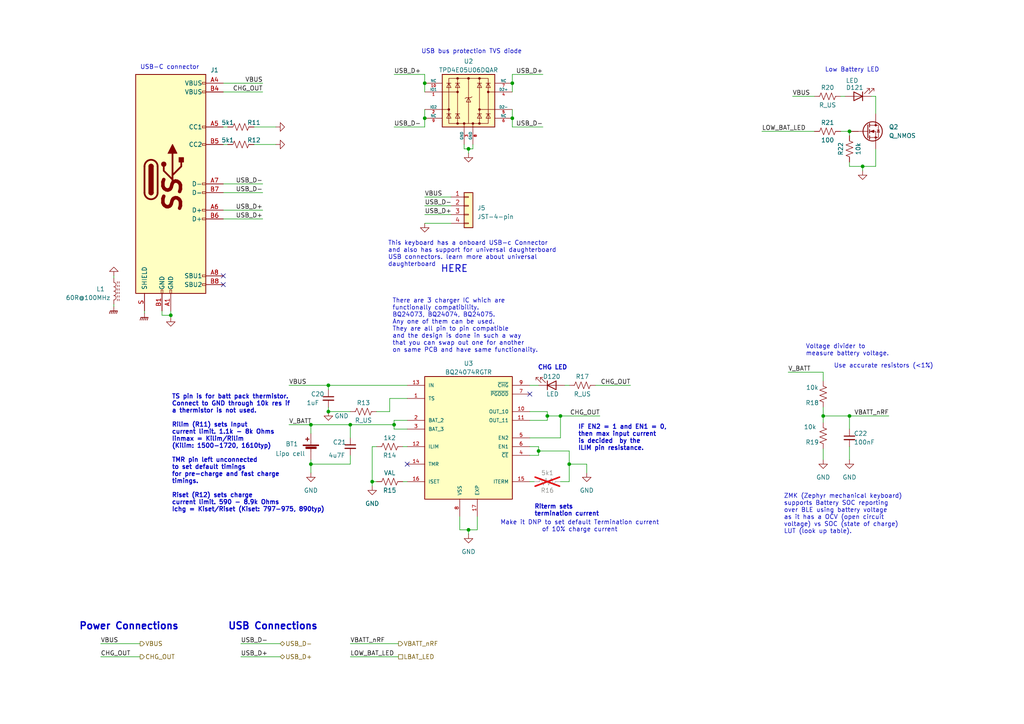
<source format=kicad_sch>
(kicad_sch (version 20250114) (generator "eeschema") (generator_version "9.0")
  (paper "A4")
  (lib_symbols
    (symbol "Device:C_Small" (pin_numbers (hide yes)) (pin_names (offset 0.254) (hide yes))
      (property "Reference" "C" (at 0.254 1.778 0))
      (property "Value" "C_Small" (at 0.254 -2.032 0))
      (symbol "C_Small_0_1"
        (polyline (pts (xy -1.524 0.508) (xy 1.524 0.508)) (stroke (width 0.3048)))
        (polyline (pts (xy -1.524 -0.508) (xy 1.524 -0.508)) (stroke (width 0.3302)))
      )
      (symbol "C_Small_1_1"
        (pin passive line (at 0 2.54 270) (length 2.032) (name "~") (number "1"))
        (pin passive line (at 0 -2.54 90) (length 2.032) (name "~") (number "2"))
      )
    )
    (symbol "Device:LED" (pin_numbers (hide yes)) (pin_names (offset 1.016) (hide yes))
      (property "Reference" "D" (at 0 2.54 0))
      (property "Value" "LED" (at 0 -2.54 0))
      (symbol "LED_0_1"
        (polyline (pts (xy -3.048 -0.762) (xy -4.572 -2.286) (xy -3.81 -2.286) (xy -4.572 -2.286) (xy -4.572 -1.524)))
        (polyline (pts (xy -1.778 -0.762) (xy -3.302 -2.286) (xy -2.54 -2.286) (xy -3.302 -2.286) (xy -3.302 -1.524)))
        (polyline (pts (xy -1.27 0) (xy 1.27 0)))
        (polyline (pts (xy -1.27 -1.27) (xy -1.27 1.27)) (stroke (width 0.254)))
        (polyline (pts (xy 1.27 -1.27) (xy 1.27 1.27) (xy -1.27 0) (xy 1.27 -1.27)) (stroke (width 0.254)))
      )
      (symbol "LED_1_1"
        (pin passive line (at -3.81 0 0) (length 2.54) (name "K") (number "1"))
        (pin passive line (at 3.81 0 180) (length 2.54) (name "A") (number "2"))
      )
    )
    (symbol "Device:Q_NMOS" (pin_numbers (hide yes)) (pin_names (offset 0) (hide yes))
      (property "Reference" "Q" (at 5.08 1.27 0))
      (property "Value" "Q_NMOS" (at 5.08 -1.27 0))
      (symbol "Q_NMOS_0_1"
        (polyline (pts (xy 0.254 1.905) (xy 0.254 -1.905)) (stroke (width 0.254)))
        (polyline (pts (xy 0.254 0) (xy -2.54 0)))
        (polyline (pts (xy 0.762 2.286) (xy 0.762 1.27)) (stroke (width 0.254)))
        (polyline (pts (xy 0.762 0.508) (xy 0.762 -0.508)) (stroke (width 0.254)))
        (polyline (pts (xy 0.762 -1.27) (xy 0.762 -2.286)) (stroke (width 0.254)))
        (polyline (pts (xy 0.762 -1.778) (xy 3.302 -1.778) (xy 3.302 1.778) (xy 0.762 1.778)))
        (polyline (pts (xy 1.016 0) (xy 2.032 0.381) (xy 2.032 -0.381) (xy 1.016 0)) (fill (type outline)))
        (circle (center 1.651 0) (radius 2.794) (stroke (width 0.254)))
        (polyline (pts (xy 2.54 2.54) (xy 2.54 1.778)))
        (circle (center 2.54 1.778) (radius 0.254) (fill (type outline)))
        (circle (center 2.54 -1.778) (radius 0.254) (fill (type outline)))
        (polyline (pts (xy 2.54 -2.54) (xy 2.54 0) (xy 0.762 0)))
        (polyline (pts (xy 2.921 0.381) (xy 3.683 0.381)))
        (polyline (pts (xy 3.302 0.381) (xy 2.921 -0.254) (xy 3.683 -0.254) (xy 3.302 0.381)))
      )
      (symbol "Q_NMOS_1_1"
        (pin input line (at -5.08 0 0) (length 2.54) (name "G") (number "G"))
        (pin passive line (at 2.54 5.08 270) (length 2.54) (name "D") (number "D"))
        (pin passive line (at 2.54 -5.08 90) (length 2.54) (name "S") (number "S"))
      )
    )
    (symbol "GNDPWR_1" (power) (pin_numbers (hide yes)) (pin_names (offset 0) (hide yes))
      (property "Value" "GNDPWR_1" (at 0 -3.302 0))
      (symbol "GNDPWR_1_0_1"
        (polyline (pts (xy -1.016 -1.27) (xy -1.27 -2.032) (xy -1.27 -2.032)) (stroke (width 0.2032)))
        (polyline (pts (xy -0.508 -1.27) (xy -0.762 -2.032) (xy -0.762 -2.032)) (stroke (width 0.2032)))
        (polyline (pts (xy 0 -1.27) (xy 0 0)))
        (polyline (pts (xy 0 -1.27) (xy -0.254 -2.032) (xy -0.254 -2.032)) (stroke (width 0.2032)))
        (polyline (pts (xy 0.508 -1.27) (xy 0.254 -2.032) (xy 0.254 -2.032)) (stroke (width 0.2032)))
        (polyline (pts (xy 1.016 -1.27) (xy -1.016 -1.27) (xy -1.016 -1.27)) (stroke (width 0.2032)))
        (polyline (pts (xy 1.016 -1.27) (xy 0.762 -2.032) (xy 0.762 -2.032) (xy 0.762 -2.032)) (stroke (width 0.2032)))
      )
      (symbol "GNDPWR_1_1_1"
        (pin power_in line (at 0 0 270) (length 0) (hide yes) (name "GNDPWR") (number "1"))
      )
    )
    (symbol "GND_1" (power) (pin_numbers (hide yes)) (pin_names (offset 0) (hide yes))
      (property "Value" "GND_1" (at 0 -3.81 0))
      (symbol "GND_1_0_1"
        (polyline (pts (xy 0 0) (xy 0 -1.27) (xy 1.27 -1.27) (xy 0 -2.54) (xy -1.27 -1.27) (xy 0 -1.27)))
      )
      (symbol "GND_1_1_1"
        (pin power_in line (at 0 0 270) (length 0) (hide yes) (name "GND") (number "1"))
      )
    )
    (symbol "Unified-Daughterboard-rescue:L_Core_Ferrite-Device" (pin_numbers (hide yes)) (pin_names (offset 1.016) (hide yes))
      (property "Reference" "L" (at -1.27 0 90))
      (property "Value" "L_Core_Ferrite-Device" (at 2.794 0 90))
      (symbol "L_Core_Ferrite-Device_0_1"
        (arc (start 0 2.54) (mid 0.6323 1.905) (end 0 1.27))
        (arc (start 0 1.27) (mid 0.6323 0.635) (end 0 0))
        (arc (start 0 0) (mid 0.6323 -0.635) (end 0 -1.27))
        (arc (start 0 -1.27) (mid 0.6323 -1.905) (end 0 -2.54))
        (polyline (pts (xy 1.016 2.286) (xy 1.016 2.794)))
        (polyline (pts (xy 1.016 1.27) (xy 1.016 1.778)))
        (polyline (pts (xy 1.016 0.254) (xy 1.016 0.762)))
        (polyline (pts (xy 1.016 -0.762) (xy 1.016 -0.254)))
        (polyline (pts (xy 1.016 -1.778) (xy 1.016 -1.27)))
        (polyline (pts (xy 1.016 -2.794) (xy 1.016 -2.286)))
        (polyline (pts (xy 1.524 2.794) (xy 1.524 2.286)))
        (polyline (pts (xy 1.524 1.778) (xy 1.524 1.27)))
        (polyline (pts (xy 1.524 0.762) (xy 1.524 0.254)))
        (polyline (pts (xy 1.524 -0.254) (xy 1.524 -0.762)))
        (polyline (pts (xy 1.524 -1.27) (xy 1.524 -1.778)))
        (polyline (pts (xy 1.524 -2.286) (xy 1.524 -2.794)))
      )
      (symbol "L_Core_Ferrite-Device_1_1"
        (pin passive line (at 0 3.81 270) (length 1.27) (name "1") (number "1"))
        (pin passive line (at 0 -3.81 90) (length 1.27) (name "2") (number "2"))
      )
    )
    (symbol "Unified-Daughterboard-rescue:TYPE-C-31-M12_13-acheronSymbols" (pin_names (offset 1.016))
      (property "Reference" "J" (at -1.27 35.56 0))
      (property "Value" "TYPE-C-31-M12_13-acheronSymbols" (at 10.16 33.02 0))
      (symbol "TYPE-C-31-M12_13-acheronSymbols_0_0"
        (rectangle (start -0.254 -31.75) (end 0.254 -30.734))
        (rectangle (start 10.16 29.464) (end 9.144 28.956))
        (rectangle (start 10.16 16.764) (end 9.144 16.256))
        (rectangle (start 10.16 11.684) (end 9.144 11.176))
        (rectangle (start 10.16 0.254) (end 9.144 -0.254))
        (rectangle (start 10.16 -2.286) (end 9.144 -2.794))
        (rectangle (start 10.16 -7.366) (end 9.144 -7.874))
        (rectangle (start 10.16 -9.906) (end 9.144 -10.414))
        (rectangle (start 10.16 -26.416) (end 9.144 -26.924))
        (rectangle (start 10.16 -28.956) (end 9.144 -29.464))
        (text "SS" (at 0.508 -3.175 900) (effects (font (size 5.08 5.08) (bold yes) (italic yes))))
      )
      (symbol "TYPE-C-31-M12_13-acheronSymbols_0_1"
        (rectangle (start -10.16 31.75) (end 10.16 -31.75) (stroke (width 0.254)) (fill (type background)))
        (polyline (pts (xy -7.62 -2.54) (xy -7.62 5.08)) (stroke (width 0.508)))
        (rectangle (start -6.35 -2.54) (end -5.08 5.08) (stroke (width 0.254)) (fill (type outline)))
        (arc (start -6.35 5.08) (mid -5.715 5.7123) (end -5.08 5.08) (stroke (width 0.254)))
        (arc (start -6.35 5.08) (mid -5.715 5.7123) (end -5.08 5.08) (stroke (width 0.254)) (fill (type outline)))
        (arc (start -7.62 5.08) (mid -5.715 6.9767) (end -3.81 5.08) (stroke (width 0.508)))
        (arc (start -3.81 -2.54) (mid -5.715 -4.4367) (end -7.62 -2.54) (stroke (width 0.508)))
        (arc (start -5.08 -2.54) (mid -5.715 -3.1723) (end -6.35 -2.54) (stroke (width 0.254)))
        (arc (start -5.08 -2.54) (mid -5.715 -3.1723) (end -6.35 -2.54) (stroke (width 0.254)) (fill (type outline)))
        (polyline (pts (xy -3.81 5.08) (xy -3.81 -2.54)) (stroke (width 0.508)))
        (circle (center -2.032 5.715) (radius 0.635) (stroke (width 0.254)) (fill (type outline)))
        (polyline (pts (xy -0.762 8.89) (xy 0.508 11.43) (xy 1.778 8.89) (xy -0.762 8.89)) (stroke (width 0.254)) (fill (type outline)))
        (polyline (pts (xy 0.508 2.54) (xy 3.048 5.08) (xy 3.048 6.35)) (stroke (width 0.508)))
        (polyline (pts (xy 0.508 1.27) (xy -2.032 3.81) (xy -2.032 5.08)) (stroke (width 0.508)))
        (polyline (pts (xy 0.508 0) (xy 0.508 8.89)) (stroke (width 0.508)))
        (rectangle (start 2.413 6.35) (end 3.683 7.62) (stroke (width 0.254)) (fill (type outline)))
      )
      (symbol "TYPE-C-31-M12_13-acheronSymbols_1_1"
        (rectangle (start -2.794 -31.75) (end -2.286 -30.734))
        (rectangle (start 10.16 26.924) (end 9.144 26.416))
        (pin passive line (at -7.62 -36.83 90) (length 5.08) (name "SHIELD") (number "S"))
        (pin power_out line (at -2.54 -36.83 90) (length 5.08) (name "GND") (number "B1"))
        (pin power_out line (at 0 -36.83 90) (length 5.08) (name "GND") (number "A1"))
        (pin power_out line (at 15.24 29.21 180) (length 5.08) (name "VBUS") (number "A4"))
        (pin power_out line (at 15.24 26.67 180) (length 5.08) (name "VBUS") (number "B4"))
        (pin bidirectional line (at 15.24 16.51 180) (length 5.08) (name "CC1") (number "A5"))
        (pin bidirectional line (at 15.24 11.43 180) (length 5.08) (name "CC2") (number "B5"))
        (pin bidirectional line (at 15.24 0 180) (length 5.08) (name "D-") (number "A7"))
        (pin bidirectional line (at 15.24 -2.54 180) (length 5.08) (name "D-") (number "B7"))
        (pin bidirectional line (at 15.24 -7.62 180) (length 5.08) (name "D+") (number "A6"))
        (pin bidirectional line (at 15.24 -10.16 180) (length 5.08) (name "D+") (number "B6"))
        (pin bidirectional line (at 15.24 -26.67 180) (length 5.08) (name "SBU1") (number "A8"))
        (pin bidirectional line (at 15.24 -29.21 180) (length 5.08) (name "SBU2") (number "B8"))
      )
    )
    (symbol "keyboard:BQ24074RGTR" (pin_names (offset 1.016))
      (property "Reference" "U1" (at 0 21.59 0))
      (property "Value" "BQ24074RGTR" (at 0 19.05 0))
      (symbol "BQ24074RGTR_0_0"
        (rectangle (start -12.7 -17.78) (end 12.7 17.78) (stroke (width 0.254)) (fill (type background)))
        (pin input line (at -17.78 15.24 0) (length 5.08) (name "IN") (number "13"))
        (pin input line (at -17.78 11.43 0) (length 5.08) (name "TS") (number "1"))
        (pin bidirectional line (at -17.78 5.08 0) (length 5.08) (name "BAT_2") (number "2"))
        (pin bidirectional line (at -17.78 2.54 0) (length 5.08) (name "BAT_3") (number "3"))
        (pin input line (at -17.78 -2.54 0) (length 5.08) (name "ILIM") (number "12"))
        (pin input line (at -17.78 -7.62 0) (length 5.08) (name "TMR") (number "14"))
        (pin bidirectional line (at -17.78 -12.7 0) (length 5.08) (name "ISET") (number "16"))
        (pin power_in line (at -2.54 -22.86 90) (length 5.08) (name "VSS") (number "8"))
        (pin power_in line (at 2.54 -22.86 90) (length 5.08) (name "EXP") (number "17"))
        (pin output line (at 17.78 15.24 180) (length 5.08) (name "~{CHG}") (number "9"))
        (pin output line (at 17.78 12.7 180) (length 5.08) (name "~{PGOOD}") (number "7"))
        (pin output line (at 17.78 7.62 180) (length 5.08) (name "OUT_10") (number "10"))
        (pin output line (at 17.78 5.08 180) (length 5.08) (name "OUT_11") (number "11"))
        (pin input line (at 17.78 0 180) (length 5.08) (name "EN2") (number "5"))
        (pin input line (at 17.78 -2.54 180) (length 5.08) (name "EN1") (number "6"))
        (pin input line (at 17.78 -5.08 180) (length 5.08) (name "~{CE}") (number "4"))
        (pin input line (at 17.78 -12.7 180) (length 5.08) (name "ITERM") (number "15"))
      )
    )
    (symbol "keyboard:Battery_Cell" (pin_numbers (hide yes)) (pin_names (offset 0) (hide yes))
      (property "Reference" "BT1" (at 3.683 2.032 0))
      (property "Value" "Lipo cell" (at 1.651 -0.762 0))
      (symbol "Battery_Cell_0_1"
        (rectangle (start -2.286 1.778) (end 2.286 1.524) (fill (type outline)))
        (rectangle (start -1.5748 1.1938) (end 1.4732 0.6858) (fill (type outline)))
        (polyline (pts (xy 0 1.778) (xy 0 2.54)))
        (polyline (pts (xy 0 0.762) (xy 0 0)))
        (polyline (pts (xy 0.508 3.429) (xy 1.524 3.429)) (stroke (width 0.254)))
        (polyline (pts (xy 1.016 3.937) (xy 1.016 2.921)) (stroke (width 0.254)))
      )
      (symbol "Battery_Cell_1_1"
        (pin passive line (at 0 5.08 270) (length 2.54) (name "+") (number "1"))
        (pin passive line (at 0 -2.54 90) (length 2.54) (name "-") (number "2"))
      )
    )
    (symbol "keyboard:C_Small" (pin_numbers (hide yes)) (pin_names (offset 0.254) (hide yes))
      (property "Reference" "C" (at 0.254 1.778 0))
      (property "Value" "C_Small" (at 0.254 -2.032 0))
      (symbol "C_Small_0_1"
        (polyline (pts (xy -1.524 0.508) (xy 1.524 0.508)) (stroke (width 0.3048)))
        (polyline (pts (xy -1.524 -0.508) (xy 1.524 -0.508)) (stroke (width 0.3302)))
      )
      (symbol "C_Small_1_1"
        (pin passive line (at 0 2.54 270) (length 2.032) (name "~") (number "1"))
        (pin passive line (at 0 -2.54 90) (length 2.032) (name "~") (number "2"))
      )
    )
    (symbol "keyboard:JST-4-pin" (pin_names (offset 1.016) (hide yes))
      (property "Reference" "J" (at 0 5.08 0))
      (property "Value" "JST-4-pin" (at 0 -7.62 0))
      (symbol "JST-4-pin_1_1"
        (rectangle (start -1.27 3.81) (end 1.27 -6.35) (stroke (width 0.254)) (fill (type background)))
        (rectangle (start -1.27 2.667) (end 0 2.413) (stroke (width 0.1524)))
        (rectangle (start -1.27 0.127) (end 0 -0.127) (stroke (width 0.1524)))
        (rectangle (start -1.27 -2.413) (end 0 -2.667) (stroke (width 0.1524)))
        (rectangle (start -1.27 -4.953) (end 0 -5.207) (stroke (width 0.1524)))
        (pin passive line (at -5.08 2.54 0) (length 3.81) (name "Pin_1") (number "1"))
        (pin passive line (at -5.08 0 0) (length 3.81) (name "Pin_2") (number "2"))
        (pin passive line (at -5.08 -2.54 0) (length 3.81) (name "Pin_3") (number "3"))
        (pin passive line (at -5.08 -5.08 0) (length 3.81) (name "Pin_4") (number "4"))
      )
    )
    (symbol "keyboard:LED" (pin_numbers (hide yes)) (pin_names (offset 1.016) (hide yes))
      (property "Reference" "D" (at 0 2.54 0))
      (property "Value" "LED" (at 0 -2.54 0))
      (symbol "LED_0_1"
        (polyline (pts (xy -3.048 -0.762) (xy -4.572 -2.286) (xy -3.81 -2.286) (xy -4.572 -2.286) (xy -4.572 -1.524)))
        (polyline (pts (xy -1.778 -0.762) (xy -3.302 -2.286) (xy -2.54 -2.286) (xy -3.302 -2.286) (xy -3.302 -1.524)))
        (polyline (pts (xy -1.27 0) (xy 1.27 0)))
        (polyline (pts (xy -1.27 -1.27) (xy -1.27 1.27)) (stroke (width 0.254)))
        (polyline (pts (xy 1.27 -1.27) (xy 1.27 1.27) (xy -1.27 0) (xy 1.27 -1.27)) (stroke (width 0.254)))
      )
      (symbol "LED_1_1"
        (pin passive line (at -3.81 0 0) (length 2.54) (name "K") (number "1"))
        (pin passive line (at 3.81 0 180) (length 2.54) (name "A") (number "2"))
      )
    )
    (symbol "keyboard:R_US" (pin_numbers (hide yes)) (pin_names (offset 0))
      (property "Reference" "R" (at 0 -2.54 0))
      (property "Value" "R_US" (at 0 2.54 0))
      (symbol "R_US_0_1"
        (polyline (pts (xy -2.286 0) (xy -2.54 0)))
        (polyline (pts (xy -0.762 0) (xy -1.143 -1.016) (xy -1.524 0) (xy -1.905 1.016) (xy -2.286 0)))
        (polyline (pts (xy 0.762 0) (xy 0.381 -1.016) (xy 0 0) (xy -0.381 1.016) (xy -0.762 0)))
        (polyline (pts (xy 2.286 0) (xy 2.54 0)))
        (polyline (pts (xy 2.286 0) (xy 1.905 -1.016) (xy 1.524 0) (xy 1.143 1.016) (xy 0.762 0)))
      )
      (symbol "R_US_1_1"
        (pin passive line (at -3.81 0 0) (length 1.27) (name "~") (number "2"))
        (pin passive line (at 3.81 0 180) (length 1.27) (name "~") (number "1"))
      )
    )
    (symbol "keyboard:USB-protection-diode" (pin_names (offset 0))
      (property "Reference" "U4" (at 0 11.8364 0))
      (property "Value" "TPD4E05U06DQAR" (at 0 9.525 0))
      (symbol "USB-protection-diode_0_0"
        (rectangle (start -5.715 6.477) (end 5.715 -6.604))
        (polyline (pts (xy -3.175 -6.604) (xy -3.175 6.477)))
        (polyline (pts (xy 0 6.477) (xy 0 -6.604)))
        (polyline (pts (xy 3.175 6.477) (xy 3.175 -6.604)))
      )
      (symbol "USB-protection-diode_0_1"
        (polyline (pts (xy -7.747 2.54) (xy -3.175 2.54)))
        (rectangle (start -7.62 7.62) (end 7.62 -7.62) (stroke (width 0.254)) (fill (type background)))
        (polyline (pts (xy -7.62 -2.54) (xy -5.715 -2.54)))
        (circle (center -5.715 -2.54) (radius 0.2794) (fill (type outline)))
        (polyline (pts (xy -5.08 5.08) (xy -6.35 5.08)))
        (polyline (pts (xy -5.08 3.81) (xy -6.35 3.81) (xy -5.715 5.08) (xy -5.08 3.81)))
        (polyline (pts (xy -5.08 -3.81) (xy -6.35 -3.81)))
        (polyline (pts (xy -5.08 -5.08) (xy -6.35 -5.08) (xy -5.715 -3.81) (xy -5.08 -5.08)))
        (circle (center -3.175 6.477) (radius 0.2794) (fill (type outline)))
        (circle (center -3.175 2.54) (radius 0.2794) (fill (type outline)))
        (circle (center -3.175 -6.604) (radius 0.2794) (fill (type outline)))
        (polyline (pts (xy -2.54 5.08) (xy -3.81 5.08)))
        (polyline (pts (xy -2.54 3.81) (xy -3.81 3.81) (xy -3.175 5.08) (xy -2.54 3.81)))
        (polyline (pts (xy -2.54 -3.81) (xy -3.81 -3.81)))
        (polyline (pts (xy -2.54 -5.08) (xy -3.81 -5.08) (xy -3.175 -3.81) (xy -2.54 -5.08)))
        (circle (center -1.27 -6.604) (radius 0.2794) (fill (type outline)))
        (polyline (pts (xy -1.27 -6.604) (xy -1.27 -7.62)))
        (polyline (pts (xy -0.635 0.889) (xy -1.016 0.635)))
        (circle (center 0 6.477) (radius 0.2794) (fill (type outline)))
        (polyline (pts (xy 0.635 0.889) (xy -0.635 0.889)))
        (polyline (pts (xy 0.635 0.889) (xy 1.016 1.143)))
        (polyline (pts (xy 0.635 -0.381) (xy -0.635 -0.381) (xy 0 0.889) (xy 0.635 -0.381)))
        (circle (center 3.175 6.477) (radius 0.2794) (fill (type outline)))
        (circle (center 3.175 -2.54) (radius 0.2794) (fill (type outline)))
        (circle (center 3.175 -6.604) (radius 0.2794) (fill (type outline)))
        (polyline (pts (xy 3.81 5.08) (xy 2.54 5.08)))
        (polyline (pts (xy 3.81 3.81) (xy 2.54 3.81) (xy 3.175 5.08) (xy 3.81 3.81)))
        (polyline (pts (xy 3.81 -3.81) (xy 2.54 -3.81)))
        (polyline (pts (xy 3.81 -5.08) (xy 2.54 -5.08) (xy 3.175 -3.81) (xy 3.81 -5.08)))
        (circle (center 5.715 2.54) (radius 0.2794) (fill (type outline)))
        (polyline (pts (xy 6.35 5.08) (xy 5.08 5.08)))
        (polyline (pts (xy 6.35 3.81) (xy 5.08 3.81) (xy 5.715 5.08) (xy 6.35 3.81)))
        (polyline (pts (xy 6.35 -3.81) (xy 5.08 -3.81)))
        (polyline (pts (xy 6.35 -5.08) (xy 5.08 -5.08) (xy 5.715 -3.81) (xy 6.35 -5.08)))
        (polyline (pts (xy 7.62 2.54) (xy 5.715 2.54)))
        (polyline (pts (xy 7.62 -2.54) (xy 3.175 -2.54)))
      )
      (symbol "USB-protection-diode_1_1"
        (polyline (pts (xy 1.27 -6.604) (xy 1.27 -7.62)))
        (circle (center 1.27 -6.604) (radius 0.2794) (fill (type outline)))
        (pin bidirectional line (at -12.7 5.08 0) (length 5.08) (name "NC") (number "10"))
        (pin bidirectional line (at -12.7 2.54 0) (length 5.08) (name "IO1") (number "1"))
        (pin bidirectional line (at -12.7 -2.54 0) (length 5.08) (name "IO2") (number "2"))
        (pin bidirectional line (at -12.7 -5.08 0) (length 5.08) (name "NC") (number "9"))
        (pin power_in line (at -1.27 -12.7 90) (length 5.08) (name "GND") (number "3"))
        (pin power_in line (at 1.27 -12.7 90) (length 5.08) (name "GND") (number "8"))
        (pin bidirectional line (at 12.7 5.08 180) (length 5.08) (name "NC") (number "7"))
        (pin bidirectional line (at 12.7 2.54 180) (length 5.08) (name "D2+") (number "4"))
        (pin bidirectional line (at 12.7 -2.54 180) (length 5.08) (name "D2-") (number "5"))
        (pin bidirectional line (at 12.7 -5.08 180) (length 5.08) (name "NC") (number "6"))
      )
    )
    (symbol "power:GND" (power) (pin_names (offset 0))
      (property "Value" "GND" (at 0 -3.81 0))
      (symbol "GND_0_1"
        (polyline (pts (xy 0 0) (xy 0 -1.27) (xy 1.27 -1.27) (xy 0 -2.54) (xy -1.27 -1.27) (xy 0 -1.27)))
      )
      (symbol "GND_1_1"
        (pin power_in line (at 0 0 270) (length 0) (hide yes) (name "GND") (number "1"))
      )
    )
  )
  (text "Use accurate resistors (<1%)" (at 256.286 106.172 0) (effects (font (size 1.27 1.27))))
  (text "Voltage divider to \nmeasure battery voltage.\n\n" (at 233.68 105.41 0) (effects (font (size 1.27 1.27)) (justify left bottom)))
  (text "Low Battery LED" (at 247.142 20.32 0) (effects (font (size 1.27 1.27))))
  (text "There are 3 charger IC which are\nfunctionally compatibility.\nBQ24073, BQ24074, BQ24075.\nAny one of them can be used.\nThey are all pin to pin compatible \nand the design is done in such a way\nthat you can swap out one for another \non same PCB and have same functionality." (at 113.792 102.362 0) (effects (font (size 1.27 1.27)) (justify left bottom)))
  (text "CHG LED" (at 155.956 107.442 0) (effects (font (size 1.27 1.27) (bold yes)) (justify left bottom)))
  (text "This keyboard has a onboard USB-c Connector\nand also has support for universal daughterboard\nUSB connectors. learn more about universal\ndaughterboard " (at 112.522 77.47 0) (effects (font (size 1.27 1.27)) (justify left bottom)))
  (text "Riterm sets \ntermination current" (at 154.94 149.86 0) (effects (font (size 1.27 1.27) (bold yes)) (justify left bottom)))
  (text "USB bus protection TVS diode\n" (at 122.174 15.748 0) (effects (font (size 1.27 1.27)) (justify left bottom)))
  (text "USB Connections" (at 66.04 182.88 0) (effects (font (size 2 2) (thickness 0.4) (bold yes)) (justify left bottom)))
  (text "HERE" (at 127.762 79.248 0) (effects (font (size 2 2) (thickness 0.254) (bold yes)) (justify left bottom)))
  (text "USB-C connector" (at 40.64 20.32 0) (effects (font (size 1.27 1.27)) (justify left bottom)))
  (text "ZMK (Zephyr mechanical keyboard)\nsupports Battery SOC reporting \nover BLE using battery voltage \nas it has a OCV (open circuit\nvoltage) vs SOC (state of charge)\nLUT (look up table).\n" (at 227.33 154.94 0) (effects (font (size 1.27 1.27)) (justify left bottom)))
  (text "TS pin is for batt pack thermistor.\nConnect to GND through 10k res if\na thermistor is not used.\n\nRilim (R11) sets Input\ncurrent limit. 1.1k - 8k Ohms\nIinmax = Kilim/Rilim\n(Kilim: 1500-1720, 1610typ)\n\nTMR pin left unconnected \nto set default timings \nfor pre-charge and fast charge\ntimings.\n\nRiset (R12) sets charge\ncurrent limit. 590 - 8.9k Ohms\nIchg = Kiset/Riset (Kiset: 797-975, 890typ)" (at 49.784 148.59 0) (effects (font (size 1.27 1.27) (bold yes)) (justify left bottom)))
  (text "Power Connections" (at 22.86 182.88 0) (effects (font (size 2 2) (thickness 0.4) (bold yes)) (justify left bottom)))
  (text "IF EN2 = 1 and EN1 = 0,\nthen max input current \nis decided  by the \nILIM pin resistance." (at 167.64 130.81 0) (effects (font (size 1.27 1.27) (bold yes)) (justify left bottom)))
  (text "Make it DNP to set default Termination current\nof 10% charge current" (at 168.148 152.654 0) (effects (font (size 1.27 1.27))))
  (junction (at 101.6 123.19))
  (junction (at 250.19 48.26))
  (junction (at 95.25 111.76))
  (junction (at 156.21 130.81))
  (junction (at 123.19 24.13))
  (junction (at 90.17 123.19))
  (junction (at 246.38 38.1))
  (junction (at 158.75 120.65))
  (junction (at 135.89 43.18))
  (junction (at 135.89 153.67))
  (junction (at 123.19 34.29))
  (junction (at 49.53 91.44))
  (junction (at 165.1 134.62))
  (junction (at 162.56 120.65))
  (junction (at 95.25 119.38))
  (junction (at 107.95 139.7))
  (junction (at 90.17 134.62))
  (junction (at 148.59 34.29))
  (junction (at 238.76 120.65))
  (junction (at 148.59 24.13))
  (junction (at 114.3 123.19))
  (junction (at 246.38 120.65))
  (no_connect (at 64.77 80.01))
  (no_connect (at 64.77 82.55))
  (no_connect (at 153.67 114.3))
  (no_connect (at 118.11 134.62))
  (wire (pts (xy 153.67 139.7) (xy 154.94 139.7)))
  (wire (pts (xy 148.59 36.83) (xy 157.48 36.83)))
  (wire (pts (xy 90.17 123.19) (xy 101.6 123.19)))
  (wire (pts (xy 101.6 123.19) (xy 114.3 123.19)))
  (wire (pts (xy 243.84 27.94) (xy 245.11 27.94)))
  (wire (pts (xy 123.19 62.23) (xy 130.81 62.23)))
  (wire (pts (xy 116.84 129.54) (xy 118.11 129.54)))
  (wire (pts (xy 33.02 88.265) (xy 33.02 88.9)))
  (wire (pts (xy 69.85 186.69) (xy 81.28 186.69)))
  (wire (pts (xy 101.6 186.69) (xy 115.57 186.69)))
  (wire (pts (xy 246.38 38.1) (xy 246.38 39.37)))
  (wire (pts (xy 138.43 149.86) (xy 138.43 153.67)))
  (wire (pts (xy 157.48 21.59) (xy 148.59 21.59)))
  (wire (pts (xy 107.95 139.7) (xy 107.95 140.97)))
  (wire (pts (xy 238.76 120.65) (xy 246.38 120.65)))
  (wire (pts (xy 64.77 53.34) (xy 76.2 53.34)))
  (wire (pts (xy 156.21 129.54) (xy 156.21 130.81)))
  (wire (pts (xy 250.19 48.26) (xy 250.19 49.53)))
  (wire (pts (xy 246.38 129.54) (xy 246.38 133.35)))
  (wire (pts (xy 64.77 41.91) (xy 66.04 41.91)))
  (wire (pts (xy 238.76 120.65) (xy 238.76 122.555)))
  (wire (pts (xy 243.84 38.1) (xy 246.38 38.1)))
  (wire (pts (xy 123.19 24.13) (xy 123.19 26.67)))
  (wire (pts (xy 254 43.18) (xy 254 48.26)))
  (wire (pts (xy 109.22 139.7) (xy 107.95 139.7)))
  (wire (pts (xy 113.03 115.57) (xy 118.11 115.57)))
  (wire (pts (xy 170.18 134.62) (xy 170.18 137.16)))
  (wire (pts (xy 95.25 111.76) (xy 118.11 111.76)))
  (wire (pts (xy 113.03 119.38) (xy 113.03 115.57)))
  (wire (pts (xy 41.91 90.17) (xy 41.91 90.805)))
  (wire (pts (xy 153.67 129.54) (xy 156.21 129.54)))
  (wire (pts (xy 123.19 57.15) (xy 130.81 57.15)))
  (wire (pts (xy 246.38 120.65) (xy 257.81 120.65)))
  (wire (pts (xy 101.6 190.5) (xy 115.57 190.5)))
  (wire (pts (xy 246.38 46.99) (xy 246.38 48.26)))
  (wire (pts (xy 64.77 24.13) (xy 76.2 24.13)))
  (wire (pts (xy 49.53 90.17) (xy 49.53 91.44)))
  (wire (pts (xy 162.56 120.65) (xy 173.99 120.65)))
  (wire (pts (xy 123.19 31.75) (xy 123.19 34.29)))
  (wire (pts (xy 153.67 127) (xy 162.56 127)))
  (wire (pts (xy 148.59 21.59) (xy 148.59 24.13)))
  (wire (pts (xy 238.76 118.11) (xy 238.76 120.65)))
  (wire (pts (xy 156.21 130.81) (xy 156.21 132.08)))
  (wire (pts (xy 246.38 120.65) (xy 246.38 124.46)))
  (wire (pts (xy 83.82 123.19) (xy 90.17 123.19)))
  (wire (pts (xy 135.89 153.67) (xy 138.43 153.67)))
  (wire (pts (xy 64.77 36.83) (xy 66.04 36.83)))
  (wire (pts (xy 123.19 21.59) (xy 123.19 24.13)))
  (wire (pts (xy 135.89 43.18) (xy 135.89 44.45)))
  (wire (pts (xy 133.35 153.67) (xy 135.89 153.67)))
  (wire (pts (xy 250.19 48.26) (xy 254 48.26)))
  (wire (pts (xy 165.1 134.62) (xy 165.1 139.7)))
  (wire (pts (xy 134.62 43.18) (xy 135.89 43.18)))
  (wire (pts (xy 135.89 153.67) (xy 135.89 154.94)))
  (wire (pts (xy 134.62 41.91) (xy 134.62 43.18)))
  (wire (pts (xy 73.66 41.91) (xy 80.01 41.91)))
  (wire (pts (xy 148.59 34.29) (xy 148.59 36.83)))
  (wire (pts (xy 101.6 119.38) (xy 95.25 119.38)))
  (wire (pts (xy 69.85 190.5) (xy 81.28 190.5)))
  (wire (pts (xy 109.22 119.38) (xy 113.03 119.38)))
  (wire (pts (xy 29.21 190.5) (xy 40.64 190.5)))
  (wire (pts (xy 64.77 60.96) (xy 76.2 60.96)))
  (wire (pts (xy 228.6 107.95) (xy 238.76 107.95)))
  (wire (pts (xy 158.75 120.65) (xy 158.75 121.92)))
  (wire (pts (xy 114.3 121.92) (xy 114.3 123.19)))
  (wire (pts (xy 254 27.94) (xy 254 33.02)))
  (wire (pts (xy 229.87 27.94) (xy 236.22 27.94)))
  (wire (pts (xy 64.77 63.5) (xy 76.2 63.5)))
  (wire (pts (xy 46.99 90.17) (xy 46.99 91.44)))
  (wire (pts (xy 49.53 91.44) (xy 49.53 92.075)))
  (wire (pts (xy 238.76 110.49) (xy 238.76 107.95)))
  (wire (pts (xy 135.89 43.18) (xy 137.16 43.18)))
  (wire (pts (xy 64.77 55.88) (xy 76.2 55.88)))
  (wire (pts (xy 148.59 24.13) (xy 148.59 26.67)))
  (wire (pts (xy 158.75 119.38) (xy 158.75 120.65)))
  (wire (pts (xy 118.11 121.92) (xy 114.3 121.92)))
  (wire (pts (xy 153.67 132.08) (xy 156.21 132.08)))
  (wire (pts (xy 29.21 186.69) (xy 40.64 186.69)))
  (wire (pts (xy 90.17 137.16) (xy 90.17 134.62)))
  (wire (pts (xy 133.35 149.86) (xy 133.35 153.67)))
  (wire (pts (xy 162.56 127) (xy 162.56 120.65)))
  (wire (pts (xy 246.38 48.26) (xy 250.19 48.26)))
  (wire (pts (xy 114.3 124.46) (xy 118.11 124.46)))
  (wire (pts (xy 95.25 118.11) (xy 95.25 119.38)))
  (wire (pts (xy 107.95 129.54) (xy 107.95 139.7)))
  (wire (pts (xy 90.17 134.62) (xy 101.6 134.62)))
  (wire (pts (xy 83.82 111.76) (xy 95.25 111.76)))
  (wire (pts (xy 49.53 91.44) (xy 46.99 91.44)))
  (wire (pts (xy 95.25 113.03) (xy 95.25 111.76)))
  (wire (pts (xy 165.1 139.7) (xy 162.56 139.7)))
  (wire (pts (xy 90.17 125.73) (xy 90.17 123.19)))
  (wire (pts (xy 153.67 119.38) (xy 158.75 119.38)))
  (wire (pts (xy 252.73 27.94) (xy 254 27.94)))
  (wire (pts (xy 238.76 130.175) (xy 238.76 133.35)))
  (wire (pts (xy 109.22 129.54) (xy 107.95 129.54)))
  (wire (pts (xy 123.19 34.29) (xy 123.19 36.83)))
  (wire (pts (xy 137.16 41.91) (xy 137.16 43.18)))
  (wire (pts (xy 114.3 36.83) (xy 123.19 36.83)))
  (wire (pts (xy 114.3 123.19) (xy 114.3 124.46)))
  (wire (pts (xy 73.66 36.83) (xy 80.01 36.83)))
  (wire (pts (xy 90.17 133.35) (xy 90.17 134.62)))
  (wire (pts (xy 101.6 132.08) (xy 101.6 134.62)))
  (wire (pts (xy 148.59 31.75) (xy 148.59 34.29)))
  (wire (pts (xy 123.19 64.77) (xy 130.81 64.77)))
  (wire (pts (xy 101.6 123.19) (xy 101.6 127)))
  (wire (pts (xy 116.84 139.7) (xy 118.11 139.7)))
  (wire (pts (xy 33.02 80.01) (xy 33.02 80.645)))
  (wire (pts (xy 163.83 111.76) (xy 165.1 111.76)))
  (wire (pts (xy 158.75 120.65) (xy 162.56 120.65)))
  (wire (pts (xy 172.72 111.76) (xy 182.88 111.76)))
  (wire (pts (xy 64.77 26.67) (xy 76.2 26.67)))
  (wire (pts (xy 165.1 134.62) (xy 170.18 134.62)))
  (wire (pts (xy 220.98 38.1) (xy 236.22 38.1)))
  (wire (pts (xy 114.3 21.59) (xy 123.19 21.59)))
  (wire (pts (xy 153.67 111.76) (xy 156.21 111.76)))
  (wire (pts (xy 123.19 59.69) (xy 130.81 59.69)))
  (wire (pts (xy 165.1 130.81) (xy 165.1 134.62)))
  (wire (pts (xy 153.67 121.92) (xy 158.75 121.92)))
  (wire (pts (xy 156.21 130.81) (xy 165.1 130.81)))
  (label "VBATT_nRF" (at 257.81 120.65 180))
  (label "CHG_OUT" (at 173.99 120.65 180))
  (label "CHG_OUT" (at 76.2 26.67 180))
  (label "LOW_BAT_LED" (at 220.98 38.1 0))
  (label "USB_D-" (at 114.3 36.83 0))
  (label "V_BATT" (at 83.82 123.19 0))
  (label "VBATT_nRF" (at 101.6 186.69 0))
  (label "CHG_OUT" (at 182.88 111.76 180))
  (label "USB_D+" (at 157.48 21.59 180))
  (label "VBUS" (at 229.87 27.94 0))
  (label "USB_D-" (at 76.2 53.34 180))
  (label "USB_D-" (at 157.48 36.83 180))
  (label "USB_D+" (at 76.2 60.96 180))
  (label "USB_D-" (at 69.85 186.69 0))
  (label "V_BATT" (at 228.6 107.95 0))
  (label "USB_D+" (at 123.19 62.23 0))
  (label "VBUS" (at 83.82 111.76 0))
  (label "CHG_OUT" (at 29.21 190.5 0))
  (label "VBUS" (at 76.2 24.13 180))
  (label "USB_D-" (at 76.2 55.88 180))
  (label "VBUS" (at 29.21 186.69 0))
  (label "USB_D+" (at 114.3 21.59 0))
  (label "LOW_BAT_LED" (at 101.6 190.5 0))
  (label "USB_D+" (at 69.85 190.5 0))
  (label "USB_D+" (at 76.2 63.5 180))
  (label "USB_D-" (at 123.19 59.69 0))
  (label "VBUS" (at 123.19 57.15 0))
  (hierarchical_label "USB_D+" (shape bidirectional) (at 81.28 190.5 0))
  (hierarchical_label "USB_D-" (shape bidirectional) (at 81.28 186.69 0))
  (hierarchical_label "CHG_OUT" (shape output) (at 40.64 190.5 0))
  (hierarchical_label "VBATT_nRF" (shape output) (at 115.57 186.69 0))
  (hierarchical_label "LBAT_LED" (shape passive) (at 115.57 190.5 0))
  (hierarchical_label "VBUS" (shape output) (at 40.64 186.69 0))
  (symbol (lib_name "GND_1") (lib_id "power:GND") (at 135.89 44.45 0) (unit 1)
    (property "Reference" "#PWR036" (effects (hide yes)))
    (property "Value" "GND" (effects (hide yes)))
    (instances (project "UDB" (path "" (reference "#PWR015") (unit 1))) (project "Keyboard_60%" (path "" (reference "#PWR036") (unit 1))))
  )
  (symbol (lib_id "keyboard:R_US") (at 246.38 43.18 90) (unit 1)
    (property "Reference" "R22" (at 243.84 43.18 0))
    (property "Value" "10k" (at 248.92 43.18 0))
    (property "Footprint" "keyboard:R_0402_1005Metric" (effects (hide yes)))
    (property "Datasheet" "https://datasheet.lcsc.com/lcsc/2304140030_YAGEO-RC0402FR-071K2L_C138040.pdf" (effects (hide yes)))
    (property "PN" "RC0402FR-071K2L" (effects (hide yes)))
    (property "LCSC Part Number" "C138040" (effects (hide yes)))
    (property "LCSC link" "https://www.lcsc.com/product-detail/Chip-Resistor-Surface-Mount_YAGEO-RC0402FR-071K2L_C138040.html" (effects (hide yes)))
  )
  (symbol (lib_id "keyboard:R_US") (at 240.03 27.94 0) (unit 1)
    (property "Reference" "R20" (at 240.03 25.4 0))
    (property "Value" "R_US" (at 240.03 30.48 0))
    (property "Footprint" "keyboard:R_0402_1005Metric" (effects (hide yes)))
    (property "Datasheet" "https://datasheet.lcsc.com/lcsc/2304140030_YAGEO-RC0402FR-071K2L_C138040.pdf" (effects (hide yes)))
    (property "PN" "RC0402FR-071K2L" (effects (hide yes)))
    (property "LCSC Part Number" "C138040" (effects (hide yes)))
    (property "LCSC link" "https://www.lcsc.com/product-detail/Chip-Resistor-Surface-Mount_YAGEO-RC0402FR-071K2L_C138040.html" (effects (hide yes)))
  )
  (symbol (lib_id "keyboard:USB-protection-diode") (at 135.89 29.21 0) (unit 1)
    (property "Reference" "U2" (at 135.89 17.78 0))
    (property "Value" "TPD4E05U06DQAR" (at 135.89 20.32 0))
    (property "Footprint" "keyboard:USON-10" (effects (hide yes)))
    (property "Datasheet" "https://datasheet.lcsc.com/lcsc/1811132110_Texas-Instruments-TPD4E05U06DQAR_C138714.pdf" (effects (hide yes)))
    (property "PN" "TPD4E05U06DQAR" (effects (hide yes)))
    (property "LCSC Part Number" "C138714" (effects (hide yes)))
    (property "LCSC link" "https://www.lcsc.com/product-detail/ESD-Protection-Devices_Texas-Instruments-TPD4E05U06DQAR_C138714.html" (effects (hide yes)))
  )
  (symbol (lib_id "power:GND") (at 107.95 140.97 0) (unit 1)
    (property "Reference" "#PWR034" (effects (hide yes)))
    (property "Value" "GND" (at 107.95 146.05 0))
  )
  (symbol (lib_id "keyboard:R_US") (at 69.85 41.91 180) (unit 1)
    (property "Reference" "R12" (at 73.66 40.64 0))
    (property "Value" "5k1" (at 66.04 40.64 0))
    (property "Footprint" "keyboard:R_0402_1005Metric" (effects (hide yes)))
    (property "Datasheet" "https://datasheet.lcsc.com/lcsc/2304140030_YAGEO-RC0402FR-075K1L_C105872.pdf" (effects (hide yes)))
    (property "PN" "RC0402FR-075K1L " (effects (hide yes)))
    (property "LCSC Part Number" "C105872" (effects (hide yes)))
    (property "LCSC link" "https://www.lcsc.com/product-detail/Chip-Resistor-Surface-Mount_YAGEO-RC0402FR-075K1L_C105872.html" (effects (hide yes)))
  )
  (symbol (lib_name "GND_1") (lib_id "power:GND") (at 33.02 80.01 180) (unit 1)
    (property "Reference" "#PWR026" (effects (hide yes)))
    (property "Value" "GND" (effects (hide yes)))
    (instances (project "UDB" (path "" (reference "#PWR016") (unit 1))) (project "Keyboard_60%" (path "" (reference "#PWR026") (unit 1))))
  )
  (symbol (lib_name "GND_1") (lib_id "power:GND") (at 250.19 49.53 0) (unit 1)
    (property "Reference" "#PWR041" (effects (hide yes)))
    (property "Value" "GND" (effects (hide yes)))
  )
  (symbol (lib_id "keyboard:R_US") (at 158.75 139.7 180) (unit 1) (exclude_from_sim yes) (in_bom no) (dnp yes)
    (property "Reference" "R16" (at 158.75 142.24 0))
    (property "Value" "5k1" (at 158.75 137.16 0))
    (property "Footprint" "keyboard:R_0402_1005Metric" (effects (hide yes)))
    (property "Datasheet" "https://datasheet.lcsc.com/lcsc/2304140030_YAGEO-RC0402FR-075K1L_C105872.pdf" (effects (hide yes)))
    (property "PN" "RC0402FR-075K1L " (effects (hide yes)))
    (property "LCSC Part Number" "C105872" (effects (hide yes)))
    (property "LCSC link" "https://www.lcsc.com/product-detail/Chip-Resistor-Surface-Mount_YAGEO-RC0402FR-075K1L_C105872.html" (effects (hide yes)))
  )
  (symbol (lib_id "keyboard:Battery_Cell") (at 90.17 130.81 0) (mirror y) (unit 1)
    (property "Reference" "BT1" (at 86.487 128.778 0) (effects (justify left)))
    (property "Value" "Lipo cell" (at 88.519 131.572 0) (effects (justify left)))
    (property "Footprint" "keyboard:JST-2-pin" (effects (hide yes)))
    (property "Datasheet" "https://datasheet.lcsc.com/lcsc/2102031704_JST-S2B-PH-SM4-TB-LF-SN_C295747.pdf?_gl=1*1ypqtxq*_ga*MTU4NjQwMTc1OS4xNjc2OTUzMTU3*_ga_98M84MKSZH*MTcxNTc0NzcxMC44NS4xLjE3MTU3NDk1MDAuMzYuMC4w" (effects (hide yes)))
    (property "LCSC link" "https://www.lcsc.com/product-detail/Wire-To-Board-Connector_JST-S2B-PH-SM4-TB-LF-SN_C295747.html" (effects (hide yes)))
    (property "PN" "JST S2B-PH-SM4-TB(LF)(SN) " (effects (hide yes)))
    (property "LCSC Part Number" "C295747" (effects (hide yes)))
  )
  (symbol (lib_name "GND_1") (lib_id "power:GND") (at 80.01 36.83 90) (unit 1)
    (property "Reference" "#PWR030" (effects (hide yes)))
    (property "Value" "GND" (effects (hide yes)))
    (instances (project "UDB" (path "" (reference "#PWR02") (unit 1))) (project "Keyboard_60%" (path "" (reference "#PWR030") (unit 1))))
  )
  (symbol (lib_id "power:GND") (at 238.76 133.35 0) (unit 1)
    (property "Reference" "#PWR039" (effects (hide yes)))
    (property "Value" "GND" (at 238.76 138.43 0))
  )
  (symbol (lib_id "power:GND") (at 170.18 137.16 0) (unit 1)
    (property "Reference" "#PWR038" (effects (hide yes)))
    (property "Value" "GND" (at 170.18 142.24 0))
  )
  (symbol (lib_id "keyboard:R_US") (at 240.03 38.1 0) (unit 1)
    (property "Reference" "R21" (at 240.03 35.56 0))
    (property "Value" "100" (at 240.03 40.64 0))
    (property "Footprint" "keyboard:R_0402_1005Metric" (effects (hide yes)))
    (property "Datasheet" "https://datasheet.lcsc.com/lcsc/2304140030_YAGEO-RC0402FR-071K2L_C138040.pdf" (effects (hide yes)))
    (property "PN" "RC0402FR-071K2L" (effects (hide yes)))
    (property "LCSC Part Number" "C138040" (effects (hide yes)))
    (property "LCSC link" "https://www.lcsc.com/product-detail/Chip-Resistor-Surface-Mount_YAGEO-RC0402FR-071K2L_C138040.html" (effects (hide yes)))
  )
  (symbol (lib_id "power:GND") (at 135.89 154.94 0) (unit 1)
    (property "Reference" "#PWR037" (effects (hide yes)))
    (property "Value" "GND" (at 135.89 160.02 0))
  )
  (symbol (lib_id "keyboard:R_US") (at 168.91 111.76 0) (unit 1)
    (property "Reference" "R17" (at 168.91 109.22 0))
    (property "Value" "R_US" (at 168.91 114.3 0))
    (property "Footprint" "keyboard:R_0402_1005Metric" (effects (hide yes)))
    (property "Datasheet" "https://datasheet.lcsc.com/lcsc/2304140030_YAGEO-RC0402FR-071K2L_C138040.pdf" (effects (hide yes)))
    (property "PN" "RC0402FR-071K2L" (effects (hide yes)))
    (property "LCSC Part Number" "C138040" (effects (hide yes)))
    (property "LCSC link" "https://www.lcsc.com/product-detail/Chip-Resistor-Surface-Mount_YAGEO-RC0402FR-071K2L_C138040.html" (effects (hide yes)))
  )
  (symbol (lib_id "keyboard:BQ24074RGTR") (at 135.89 127 0) (unit 1)
    (property "Reference" "U3" (at 135.89 105.41 0))
    (property "Value" "BQ24074RGTR" (at 135.89 107.95 0))
    (property "Footprint" "keyboard:QFN-16" (effects (hide yes)))
    (property "Datasheet" "https://datasheet.lcsc.com/lcsc/1809192125_Texas-Instruments-BQ24074RGTR_C54313.pdf" (effects (hide yes)))
    (property "LCSC link" "https://www.lcsc.com/product-detail/Battery-Management-ICs_Texas-Instruments-BQ24074RGTR_C54313.html" (effects (hide yes)))
    (property "PN" "BQ24074RGTR" (effects (hide yes)))
    (property "LCSC Part Number" "C54313" (effects (hide yes)))
  )
  (symbol (lib_id "Device:Q_NMOS") (at 251.46 38.1 0) (unit 1)
    (property "Reference" "Q2" (at 257.81 36.8299 0) (effects (justify left)))
    (property "Value" "Q_NMOS" (at 257.81 39.3699 0) (effects (justify left)))
    (property "Footprint" "keyboard:SOT-23-3" (effects (hide yes)))
    (property "Description" "N-MOSFET transistor" (effects (hide yes)))
  )
  (symbol (lib_name "GNDPWR_1") (lib_id "power:GNDPWR") (at 33.02 88.9 0) (unit 1)
    (property "Reference" "#PWR027" (effects (hide yes)))
    (property "Value" "GNDPWR" (effects (hide yes)))
    (instances (project "UDB" (path "" (reference "#PWR017") (unit 1))) (project "Keyboard_60%" (path "" (reference "#PWR027") (unit 1))))
  )
  (symbol (lib_id "Unified-Daughterboard-rescue:L_Core_Ferrite-Device") (at 33.02 84.455 0) (unit 1)
    (property "Reference" "L6" (at 27.94 83.82 0) (effects (justify left)))
    (property "Value" "60R@100MHz" (at 19.05 86.36 0) (effects (justify left)))
    (property "Footprint" "keyboard:L_0603_1608Metric" (effects (hide yes)))
    (property "Datasheet" "https://datasheet.lcsc.com/lcsc/1912111437_TDK-MPZ1608S600ATDH5_C307775.pdf" (effects (hide yes)))
    (property "PN" "MPZ1608S600ATDH5" (effects (hide yes)))
    (property "LCSC Part Number" "C307775" (effects (hide yes)))
    (property "LCSC link" "https://www.lcsc.com/product-detail/Ferrite-Beads_TDK-MPZ1608S600ATDH5_C307775.html" (effects (hide yes)))
    (instances (project "UDB" (path "" (reference "L1") (unit 1))) (project "Keyboard_60%" (path "" (reference "L6") (unit 1))))
  )
  (symbol (lib_id "power:GND") (at 246.38 133.35 0) (unit 1)
    (property "Reference" "#PWR040" (effects (hide yes)))
    (property "Value" "GND" (at 246.38 138.43 0))
  )
  (symbol (lib_id "power:GND") (at 90.17 137.16 0) (unit 1)
    (property "Reference" "#PWR032" (effects (hide yes)))
    (property "Value" "GND" (at 90.17 142.24 0))
  )
  (symbol (lib_name "GND_1") (lib_id "power:GND") (at 80.01 41.91 90) (unit 1)
    (property "Reference" "#PWR031" (effects (hide yes)))
    (property "Value" "GND" (effects (hide yes)))
    (instances (project "UDB" (path "" (reference "#PWR04") (unit 1))) (project "Keyboard_60%" (path "" (reference "#PWR031") (unit 1))))
  )
  (symbol (lib_id "keyboard:R_US") (at 238.76 126.365 270) (unit 1)
    (property "Reference" "R19" (at 235.585 128.27 90))
    (property "Value" "10k" (at 234.95 123.825 90))
    (property "Footprint" "keyboard:R_0402_1005Metric" (effects (hide yes)))
    (property "Datasheet" "https://datasheet.lcsc.com/lcsc/2304140030_YAGEO-RC0402FR-0710KL_C60490.pdf" (effects (hide yes)))
    (property "PN" "RC0402FR-0710KL" (effects (hide yes)))
    (property "LCSC Part Number" "C60490" (effects (hide yes)))
    (property "LCSC link" "https://www.lcsc.com/product-detail/Chip-Resistor-Surface-Mount_YAGEO-RC0402FR-0710KL_C60490.html" (effects (hide yes)))
  )
  (symbol (lib_id "Unified-Daughterboard-rescue:TYPE-C-31-M12_13-acheronSymbols") (at 49.53 53.34 0) (unit 1)
    (property "Reference" "J4" (at 62.23 20.32 0))
    (property "Value" "TYPE-C-31-M12_13" (effects (hide yes)))
    (property "Footprint" "keyboard:tyye_c_connector" (effects (hide yes)))
    (property "Datasheet" "https://datasheet.lcsc.com/lcsc/2205251630_Korean-Hroparts-Elec-TYPE-C-31-M-12_C165948.pdf" (effects (hide yes)))
    (property "PN" "TYPE-C-31-M-12" (effects (hide yes)))
    (property "LCSC Part Number" "C165948" (effects (hide yes)))
    (property "LCSC link" "https://www.lcsc.com/product-detail/USB-Connectors_Korean-Hroparts-Elec-TYPE-C-31-M-12_C165948.html" (effects (hide yes)))
    (instances (project "UDB" (path "" (reference "J1") (unit 1))) (project "Keyboard_60%" (path "" (reference "J4") (unit 1))))
  )
  (symbol (lib_id "keyboard:R_US") (at 238.76 114.3 270) (unit 1)
    (property "Reference" "R18" (at 235.585 116.84 90))
    (property "Value" "10k" (at 235.585 112.395 90))
    (property "Footprint" "keyboard:R_0402_1005Metric" (effects (hide yes)))
    (property "Datasheet" "https://datasheet.lcsc.com/lcsc/2304140030_YAGEO-RC0402FR-0710KL_C60490.pdf" (effects (hide yes)))
    (property "PN" "RC0402FR-0710KL" (effects (hide yes)))
    (property "LCSC Part Number" "C60490" (effects (hide yes)))
    (property "LCSC link" "https://www.lcsc.com/product-detail/Chip-Resistor-Surface-Mount_YAGEO-RC0402FR-0710KL_C60490.html" (effects (hide yes)))
  )
  (symbol (lib_id "keyboard:R_US") (at 69.85 36.83 180) (unit 1)
    (property "Reference" "R11" (at 73.66 35.56 0))
    (property "Value" "5k1" (at 66.04 35.56 0))
    (property "Footprint" "keyboard:R_0402_1005Metric" (effects (hide yes)))
    (property "Datasheet" "https://datasheet.lcsc.com/lcsc/2304140030_YAGEO-RC0402FR-075K1L_C105872.pdf" (effects (hide yes)))
    (property "PN" "RC0402FR-075K1L " (effects (hide yes)))
    (property "LCSC Part Number" "C105872" (effects (hide yes)))
    (property "LCSC link" "https://www.lcsc.com/product-detail/Chip-Resistor-Surface-Mount_YAGEO-RC0402FR-075K1L_C105872.html" (effects (hide yes)))
  )
  (symbol (lib_name "GNDPWR_1") (lib_id "power:GNDPWR") (at 41.91 90.805 0) (unit 1)
    (property "Reference" "#PWR028" (effects (hide yes)))
    (property "Value" "GNDPWR" (effects (hide yes)))
    (instances (project "UDB" (path "" (reference "#PWR014") (unit 1))) (project "Keyboard_60%" (path "" (reference "#PWR028") (unit 1))))
  )
  (symbol (lib_id "Device:C_Small") (at 95.25 115.57 0) (unit 1)
    (property "Reference" "C20" (at 90.17 114.3 0) (effects (justify left)))
    (property "Value" "1uF" (at 88.9 116.84 0) (effects (justify left)))
    (property "Footprint" "keyboard:C_0603_1608Metric" (effects (hide yes)))
    (property "Datasheet" "https://datasheet.lcsc.com/lcsc/2209191700_Samsung-Electro-Mechanics-CL10A105KO8NNNC_C1592.pdf" (effects (hide yes)))
    (property "LCSC link" "https://www.lcsc.com/product-detail/Multilayer-Ceramic-Capacitors-MLCC-SMD-SMT_Samsung-Electro-Mechanics-CL10A105KO8NNNC_C1592.html" (effects (hide yes)))
    (property "PN" "CL10A105KO8NNNC" (effects (hide yes)))
    (property "LCSC Part Number" "C1592" (effects (hide yes)))
  )
  (symbol (lib_id "keyboard:R_US") (at 113.03 129.54 180) (unit 1)
    (property "Reference" "R14" (at 113.03 132.08 0))
    (property "Value" "1k2" (at 113.03 127 0))
    (property "Footprint" "keyboard:R_0402_1005Metric" (effects (hide yes)))
    (property "Datasheet" "https://datasheet.lcsc.com/lcsc/2304140030_YAGEO-RC0402FR-071K2L_C138040.pdf" (effects (hide yes)))
    (property "PN" "RC0402FR-071K2L" (effects (hide yes)))
    (property "LCSC Part Number" "C138040" (effects (hide yes)))
    (property "LCSC link" "https://www.lcsc.com/product-detail/Chip-Resistor-Surface-Mount_YAGEO-RC0402FR-071K2L_C138040.html" (effects (hide yes)))
  )
  (symbol (lib_id "keyboard:R_US") (at 105.41 119.38 0) (unit 1)
    (property "Reference" "R13" (at 105.41 116.84 0))
    (property "Value" "R_US" (at 105.41 121.92 0))
    (property "Footprint" "keyboard:R_0402_1005Metric" (effects (hide yes)))
    (property "Datasheet" "https://datasheet.lcsc.com/lcsc/2304140030_YAGEO-RC0402FR-071K2L_C138040.pdf" (effects (hide yes)))
    (property "PN" "RC0402FR-071K2L" (effects (hide yes)))
    (property "LCSC Part Number" "C138040" (effects (hide yes)))
    (property "LCSC link" "https://www.lcsc.com/product-detail/Chip-Resistor-Surface-Mount_YAGEO-RC0402FR-071K2L_C138040.html" (effects (hide yes)))
  )
  (symbol (lib_id "keyboard:JST-4-pin") (at 135.89 59.69 0) (unit 1)
    (property "Reference" "J5" (at 138.43 60.325 0) (effects (justify left)))
    (property "Value" "JST-4-pin" (at 138.43 62.865 0) (effects (justify left)))
    (property "Footprint" "keyboard:JST-4-pin" (effects (hide yes)))
    (property "Datasheet" "https://datasheet.lcsc.com/lcsc/1811151533_JST-Sales-America-SM04B-SRSS-TB-LF-SN_C160404.pdf" (effects (hide yes)))
    (property "LCSC Part Number" "C160404" (effects (hide yes)))
    (property "LCSC link" "https://www.lcsc.com/product-detail/Wire-To-Board-Wire-To-Wire-Connector_JST-Sales-America-SM04B-SRSS-TB-LF-SN_C160404.html" (effects (hide yes)))
    (property "PN" "SM04B-SRSS-TB(LF)(SN)" (effects (hide yes)))
  )
  (symbol (lib_id "keyboard:C_Small") (at 246.38 127 0) (unit 1)
    (property "Reference" "C22" (at 247.65 125.73 0) (effects (justify left)))
    (property "Value" "100nF" (at 247.65 128.27 0) (effects (justify left)))
    (property "Footprint" "keyboard:C_0402_1005Metric" (effects (hide yes)))
    (property "Datasheet" "https://datasheet.lcsc.com/lcsc/2304140030_Samsung-Electro-Mechanics-CL05B104KO5NNNC_C1525.pdf" (effects (hide yes)))
    (property "PN" "CL05B104KO5NNNC" (effects (hide yes)))
    (property "LCSC Part Number" "C1525" (effects (hide yes)))
    (property "LCSC link" "https://www.lcsc.com/product-detail/Multilayer-Ceramic-Capacitors-MLCC-SMD-SMT_Samsung-Electro-Mechanics-CL05B104KO5NNNC_C1525.html" (effects (hide yes)))
  )
  (symbol (lib_id "Device:LED") (at 248.92 27.94 180) (unit 1)
    (property "Reference" "D121" (at 247.904 25.4 0))
    (property "Value" "LED" (at 247.142 23.368 0))
    (property "Footprint" "keyboard:LED_0603_1608Metric" (effects (hide yes)))
    (property "Description" "Light emitting diode" (effects (hide yes)))
    (property "Sim.Pins" "1=K 2=A" (effects (hide yes)))
  )
  (symbol (lib_id "keyboard:LED") (at 160.02 111.76 0) (mirror x) (unit 1)
    (property "Reference" "D120" (at 160.02 109.22 0))
    (property "Value" "LED" (at 160.274 114.3 0))
    (property "Footprint" "keyboard:LED_0603_1608Metric" (effects (hide yes)))
    (property "Datasheet" "https://datasheet.lcsc.com/lcsc/2211030000_XINGLIGHT-XL-1608SURC-06_C965799.pdf" (effects (hide yes)))
    (property "PN" "XL-1608SURC-06" (effects (hide yes)))
    (property "LCSC Part Number" "C965799" (effects (hide yes)))
    (property "LCSC link" "https://www.lcsc.com/product-detail/Light-Emitting-Diodes-LED_XINGLIGHT-XL-1608SURC-06_C965799.html" (effects (hide yes)))
  )
  (symbol (lib_name "GND_1") (lib_id "power:GND") (at 49.53 92.075 0) (unit 1)
    (property "Reference" "#PWR029" (effects (hide yes)))
    (property "Value" "GND" (effects (hide yes)))
    (instances (project "UDB" (path "" (reference "#PWR015") (unit 1))) (project "Keyboard_60%" (path "" (reference "#PWR029") (unit 1))))
  )
  (symbol (lib_id "Device:C_Small") (at 101.6 129.54 0) (unit 1)
    (property "Reference" "C21" (at 96.52 128.27 0) (effects (justify left)))
    (property "Value" "4u7F" (at 95.25 132.08 0) (effects (justify left)))
    (property "Footprint" "keyboard:C_0805_2012Metric" (effects (hide yes)))
    (property "Datasheet" "https://datasheet.lcsc.com/lcsc/2304140030_Samsung-Electro-Mechanics-CL21A475KAQNNNE_C1779.pdf" (effects (hide yes)))
    (property "LCSC link" "https://www.lcsc.com/product-detail/Multilayer-Ceramic-Capacitors-MLCC-SMD-SMT_Samsung-Electro-Mechanics-CL21A475KAQNNNE_C1779.html" (effects (hide yes)))
    (property "PN" "CL21A475KAQNNNE" (effects (hide yes)))
    (property "LCSC Part Number" "C1779" (effects (hide yes)))
  )
  (symbol (lib_name "GND_1") (lib_id "power:GND") (at 123.19 64.77 0) (unit 1)
    (property "Reference" "#PWR035" (effects (hide yes)))
    (property "Value" "GND" (effects (hide yes)))
    (instances (project "UDB" (path "" (reference "#PWR015") (unit 1))) (project "Keyboard_60%" (path "" (reference "#PWR035") (unit 1))))
  )
  (symbol (lib_id "power:GND") (at 95.25 119.38 0) (unit 1)
    (property "Reference" "#PWR033" (effects (hide yes)))
    (property "Value" "GND" (at 99.06 120.65 0))
  )
  (symbol (lib_id "keyboard:R_US") (at 113.03 139.7 180) (unit 1)
    (property "Reference" "R15" (at 113.03 142.24 0))
    (property "Value" "VAL" (at 113.03 137.16 0))
    (property "Footprint" "keyboard:R_0402_1005Metric" (effects (hide yes)))
    (property "Datasheet" "https://www.lcsc.com/datasheet/lcsc_datasheet_2304140030_Walsin-Tech-Corp-WR04X8201FTL_C170361.pdf" (effects (hide yes)))
    (property "PN" "WR04X8201FTL" (effects (hide yes)))
    (property "LCSC Part Number" "C170361" (effects (hide yes)))
    (property "LCSC link" "https://www.lcsc.com/product-detail/Chip-Resistor-Surface-Mount_Walsin-Tech-Corp-WR04X8201FTL_C170361.html" (effects (hide yes)))
  )
)
</source>
